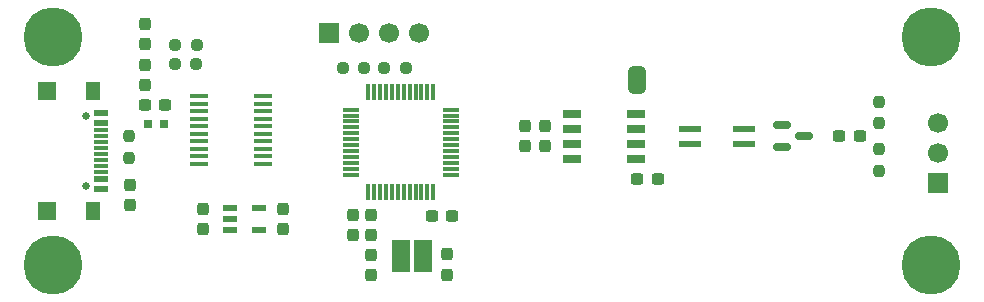
<source format=gbr>
%TF.GenerationSoftware,KiCad,Pcbnew,9.0.7*%
%TF.CreationDate,2026-02-18T00:38:32-05:00*%
%TF.ProjectId,RedPink_STM32C09_Board,52656450-696e-46b5-9f53-544d33324330,rev?*%
%TF.SameCoordinates,Original*%
%TF.FileFunction,Soldermask,Top*%
%TF.FilePolarity,Negative*%
%FSLAX46Y46*%
G04 Gerber Fmt 4.6, Leading zero omitted, Abs format (unit mm)*
G04 Created by KiCad (PCBNEW 9.0.7) date 2026-02-18 00:38:32*
%MOMM*%
%LPD*%
G01*
G04 APERTURE LIST*
G04 Aperture macros list*
%AMRoundRect*
0 Rectangle with rounded corners*
0 $1 Rounding radius*
0 $2 $3 $4 $5 $6 $7 $8 $9 X,Y pos of 4 corners*
0 Add a 4 corners polygon primitive as box body*
4,1,4,$2,$3,$4,$5,$6,$7,$8,$9,$2,$3,0*
0 Add four circle primitives for the rounded corners*
1,1,$1+$1,$2,$3*
1,1,$1+$1,$4,$5*
1,1,$1+$1,$6,$7*
1,1,$1+$1,$8,$9*
0 Add four rect primitives between the rounded corners*
20,1,$1+$1,$2,$3,$4,$5,0*
20,1,$1+$1,$4,$5,$6,$7,0*
20,1,$1+$1,$6,$7,$8,$9,0*
20,1,$1+$1,$8,$9,$2,$3,0*%
%AMFreePoly0*
4,1,23,0.500000,-0.750000,0.000000,-0.750000,0.000000,-0.745722,-0.065263,-0.745722,-0.191342,-0.711940,-0.304381,-0.646677,-0.396677,-0.554381,-0.461940,-0.441342,-0.495722,-0.315263,-0.495722,-0.250000,-0.500000,-0.250000,-0.500000,0.250000,-0.495722,0.250000,-0.495722,0.315263,-0.461940,0.441342,-0.396677,0.554381,-0.304381,0.646677,-0.191342,0.711940,-0.065263,0.745722,0.000000,0.745722,
0.000000,0.750000,0.500000,0.750000,0.500000,-0.750000,0.500000,-0.750000,$1*%
%AMFreePoly1*
4,1,23,0.000000,0.745722,0.065263,0.745722,0.191342,0.711940,0.304381,0.646677,0.396677,0.554381,0.461940,0.441342,0.495722,0.315263,0.495722,0.250000,0.500000,0.250000,0.500000,-0.250000,0.495722,-0.250000,0.495722,-0.315263,0.461940,-0.441342,0.396677,-0.554381,0.304381,-0.646677,0.191342,-0.711940,0.065263,-0.745722,0.000000,-0.745722,0.000000,-0.750000,-0.500000,-0.750000,
-0.500000,0.750000,0.000000,0.750000,0.000000,0.745722,0.000000,0.745722,$1*%
G04 Aperture macros list end*
%ADD10R,1.700000X1.700000*%
%ADD11C,1.700000*%
%ADD12C,5.000000*%
%ADD13RoundRect,0.237500X-0.237500X0.300000X-0.237500X-0.300000X0.237500X-0.300000X0.237500X0.300000X0*%
%ADD14RoundRect,0.237500X-0.237500X0.250000X-0.237500X-0.250000X0.237500X-0.250000X0.237500X0.250000X0*%
%ADD15R,1.850000X0.600000*%
%ADD16RoundRect,0.237500X0.237500X-0.300000X0.237500X0.300000X-0.237500X0.300000X-0.237500X-0.300000X0*%
%ADD17R,0.300000X1.475000*%
%ADD18R,1.475000X0.300000*%
%ADD19RoundRect,0.237500X-0.300000X-0.237500X0.300000X-0.237500X0.300000X0.237500X-0.300000X0.237500X0*%
%ADD20FreePoly0,90.000000*%
%ADD21FreePoly1,90.000000*%
%ADD22RoundRect,0.237500X0.300000X0.237500X-0.300000X0.237500X-0.300000X-0.237500X0.300000X-0.237500X0*%
%ADD23RoundRect,0.237500X0.250000X0.237500X-0.250000X0.237500X-0.250000X-0.237500X0.250000X-0.237500X0*%
%ADD24RoundRect,0.237500X0.237500X-0.250000X0.237500X0.250000X-0.237500X0.250000X-0.237500X-0.250000X0*%
%ADD25RoundRect,0.237500X-0.250000X-0.237500X0.250000X-0.237500X0.250000X0.237500X-0.250000X0.237500X0*%
%ADD26R,1.150000X0.600000*%
%ADD27R,1.526000X0.435000*%
%ADD28R,1.500000X2.700000*%
%ADD29R,0.650000X0.700000*%
%ADD30RoundRect,0.150000X-0.587500X-0.150000X0.587500X-0.150000X0.587500X0.150000X-0.587500X0.150000X0*%
%ADD31C,0.650000*%
%ADD32R,1.150000X0.300000*%
%ADD33R,1.250000X1.550000*%
%ADD34R,1.500000X1.550000*%
%ADD35R,1.500000X0.650000*%
G04 APERTURE END LIST*
%TO.C,JP1*%
G36*
X163275000Y-61650000D02*
G01*
X164775000Y-61650000D01*
X164775000Y-61350000D01*
X163275000Y-61350000D01*
X163275000Y-61650000D01*
G37*
%TD*%
D10*
%TO.C,J4*%
X189500000Y-70250000D03*
D11*
X189500000Y-67710000D03*
X189500000Y-65170000D03*
%TD*%
D12*
%TO.C,H4*%
X114575000Y-77175000D03*
%TD*%
D13*
%TO.C,C6*%
X122350000Y-60212500D03*
X122350000Y-61937500D03*
%TD*%
%TO.C,C12*%
X141525000Y-72925000D03*
X141525000Y-74650000D03*
%TD*%
D14*
%TO.C,R4*%
X184525000Y-63337500D03*
X184525000Y-65162500D03*
%TD*%
D15*
%TO.C,FL1*%
X168500000Y-65615000D03*
X168500000Y-66885000D03*
X173050000Y-66885000D03*
X173050000Y-65615000D03*
%TD*%
D13*
%TO.C,C3*%
X134025000Y-72387500D03*
X134025000Y-74112500D03*
%TD*%
D16*
%TO.C,C14*%
X121100000Y-72087500D03*
X121100000Y-70362500D03*
%TD*%
D17*
%TO.C,IC1*%
X141275000Y-70988000D03*
X141775000Y-70988000D03*
X142275000Y-70988000D03*
X142775000Y-70988000D03*
X143275000Y-70988000D03*
X143775000Y-70988000D03*
X144275000Y-70988000D03*
X144775000Y-70988000D03*
X145275000Y-70988000D03*
X145775000Y-70988000D03*
X146275000Y-70988000D03*
X146775000Y-70988000D03*
D18*
X148263000Y-69500000D03*
X148263000Y-69000000D03*
X148263000Y-68500000D03*
X148263000Y-68000000D03*
X148263000Y-67500000D03*
X148263000Y-67000000D03*
X148263000Y-66500000D03*
X148263000Y-66000000D03*
X148263000Y-65500000D03*
X148263000Y-65000000D03*
X148263000Y-64500000D03*
X148263000Y-64000000D03*
D17*
X146775000Y-62512000D03*
X146275000Y-62512000D03*
X145775000Y-62512000D03*
X145275000Y-62512000D03*
X144775000Y-62512000D03*
X144275000Y-62512000D03*
X143775000Y-62512000D03*
X143275000Y-62512000D03*
X142775000Y-62512000D03*
X142275000Y-62512000D03*
X141775000Y-62512000D03*
X141275000Y-62512000D03*
D18*
X139787000Y-64000000D03*
X139787000Y-64500000D03*
X139787000Y-65000000D03*
X139787000Y-65500000D03*
X139787000Y-66000000D03*
X139787000Y-66500000D03*
X139787000Y-67000000D03*
X139787000Y-67500000D03*
X139787000Y-68000000D03*
X139787000Y-68500000D03*
X139787000Y-69000000D03*
X139787000Y-69500000D03*
%TD*%
D16*
%TO.C,C10*%
X141525000Y-78000000D03*
X141525000Y-76275000D03*
%TD*%
D19*
%TO.C,C15*%
X146675000Y-73025000D03*
X148400000Y-73025000D03*
%TD*%
D13*
%TO.C,C8*%
X156275000Y-65387500D03*
X156275000Y-67112500D03*
%TD*%
D20*
%TO.C,JP1*%
X164025000Y-62150000D03*
D21*
X164025000Y-60850000D03*
%TD*%
D22*
%TO.C,C7*%
X165762500Y-69900000D03*
X164037500Y-69900000D03*
%TD*%
D14*
%TO.C,R5*%
X184525000Y-67337500D03*
X184525000Y-69162500D03*
%TD*%
D16*
%TO.C,C11*%
X147925000Y-77962500D03*
X147925000Y-76237500D03*
%TD*%
D10*
%TO.C,J2*%
X137965000Y-57500000D03*
D11*
X140505000Y-57500000D03*
X143045000Y-57500000D03*
X145585000Y-57500000D03*
%TD*%
D13*
%TO.C,C2*%
X127275000Y-72387500D03*
X127275000Y-74112500D03*
%TD*%
D23*
%TO.C,R2*%
X126737500Y-58525000D03*
X124912500Y-58525000D03*
%TD*%
D24*
%TO.C,R3*%
X121025000Y-68062500D03*
X121025000Y-66237500D03*
%TD*%
D22*
%TO.C,C4*%
X124062500Y-63625000D03*
X122337500Y-63625000D03*
%TD*%
D12*
%TO.C,H3*%
X114575000Y-57825000D03*
%TD*%
%TO.C,H2*%
X188925000Y-77175000D03*
%TD*%
D25*
%TO.C,R6*%
X142612500Y-60500000D03*
X144437500Y-60500000D03*
%TD*%
D26*
%TO.C,IC4*%
X129525000Y-72300000D03*
X129525000Y-73250000D03*
X129525000Y-74200000D03*
X132025000Y-74200000D03*
X132025000Y-72300000D03*
%TD*%
D13*
%TO.C,C13*%
X140000000Y-72925000D03*
X140000000Y-74650000D03*
%TD*%
D22*
%TO.C,C9*%
X182887500Y-66250000D03*
X181162500Y-66250000D03*
%TD*%
D27*
%TO.C,IC5*%
X132325000Y-68580000D03*
X132325000Y-67944000D03*
X132325000Y-67310000D03*
X132325000Y-66674000D03*
X132325000Y-66040000D03*
X132325000Y-65404000D03*
X132325000Y-64770000D03*
X132325000Y-64134000D03*
X132325000Y-63500000D03*
X132325000Y-62864000D03*
X126901000Y-62864000D03*
X126901000Y-63500000D03*
X126901000Y-64134000D03*
X126901000Y-64770000D03*
X126901000Y-65404000D03*
X126901000Y-66040000D03*
X126901000Y-66674000D03*
X126901000Y-67310000D03*
X126901000Y-67944000D03*
X126901000Y-68580000D03*
%TD*%
D28*
%TO.C,Y1*%
X144037500Y-76400000D03*
X145937500Y-76400000D03*
%TD*%
D29*
%TO.C,FB1*%
X123950000Y-65250000D03*
X122600000Y-65250000D03*
%TD*%
D30*
%TO.C,D1*%
X176275000Y-65300000D03*
X176275000Y-67200000D03*
X178150000Y-66250000D03*
%TD*%
D31*
%TO.C,J1*%
X117338000Y-64500000D03*
X117338000Y-70500000D03*
D26*
X118613000Y-64300000D03*
X118613000Y-65100000D03*
D32*
X118613000Y-66250000D03*
X118613000Y-67250000D03*
X118613000Y-67750000D03*
X118613000Y-68750000D03*
D26*
X118613000Y-70700000D03*
X118613000Y-69900000D03*
D32*
X118613000Y-69250000D03*
X118613000Y-68250000D03*
X118613000Y-66750000D03*
X118613000Y-65750000D03*
D33*
X117963000Y-62405000D03*
X117963000Y-72595000D03*
D34*
X114038000Y-72595000D03*
X114038000Y-62405000D03*
%TD*%
D13*
%TO.C,C1*%
X154525000Y-65387500D03*
X154525000Y-67112500D03*
%TD*%
D25*
%TO.C,R1*%
X124887500Y-60100000D03*
X126712500Y-60100000D03*
%TD*%
D35*
%TO.C,IC3*%
X158525000Y-64370000D03*
X158525000Y-65640000D03*
X158525000Y-66910000D03*
X158525000Y-68180000D03*
X163925000Y-68180000D03*
X163925000Y-66910000D03*
X163925000Y-65640000D03*
X163925000Y-64370000D03*
%TD*%
D16*
%TO.C,C5*%
X122325000Y-58437500D03*
X122325000Y-56712500D03*
%TD*%
D25*
%TO.C,R7*%
X139112500Y-60500000D03*
X140937500Y-60500000D03*
%TD*%
D12*
%TO.C,H1*%
X188925000Y-57825000D03*
%TD*%
M02*

</source>
